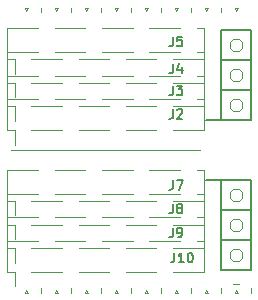
<source format=gbr>
G04 #@! TF.GenerationSoftware,KiCad,Pcbnew,5.0.2-bee76a0~70~ubuntu18.04.1*
G04 #@! TF.CreationDate,2019-03-08T21:19:01-05:00*
G04 #@! TF.ProjectId,2mm100mil-headers,326d6d31-3030-46d6-996c-2d6865616465,rev?*
G04 #@! TF.SameCoordinates,Original*
G04 #@! TF.FileFunction,Legend,Top*
G04 #@! TF.FilePolarity,Positive*
%FSLAX46Y46*%
G04 Gerber Fmt 4.6, Leading zero omitted, Abs format (unit mm)*
G04 Created by KiCad (PCBNEW 5.0.2-bee76a0~70~ubuntu18.04.1) date Fri 08 Mar 2019 21:19:01 EST*
%MOMM*%
%LPD*%
G01*
G04 APERTURE LIST*
%ADD10C,0.050000*%
%ADD11C,0.200000*%
%ADD12C,0.100000*%
%ADD13C,0.120000*%
%ADD14C,0.150000*%
G04 APERTURE END LIST*
D10*
X115443000Y-89535000D02*
X115570000Y-89789000D01*
X118237000Y-89535000D02*
X117983000Y-89535000D01*
X118110000Y-89789000D02*
X118237000Y-89535000D01*
X117983000Y-89535000D02*
X118110000Y-89789000D01*
X120777000Y-89535000D02*
X120523000Y-89535000D01*
X120650000Y-89789000D02*
X120777000Y-89535000D01*
X120523000Y-89535000D02*
X120650000Y-89789000D01*
X104140000Y-89535000D02*
X104140000Y-89916000D01*
X106680000Y-89535000D02*
X106680000Y-89916000D01*
X109220000Y-89535000D02*
X109220000Y-89916000D01*
X111760000Y-89535000D02*
X111760000Y-89916000D01*
X114300000Y-89535000D02*
X114300000Y-89916000D01*
X102997000Y-89535000D02*
X102743000Y-89535000D01*
X102870000Y-89789000D02*
X102997000Y-89535000D01*
X102743000Y-89535000D02*
X102870000Y-89789000D01*
X105537000Y-89535000D02*
X105283000Y-89535000D01*
X105410000Y-89789000D02*
X105537000Y-89535000D01*
X105283000Y-89535000D02*
X105410000Y-89789000D01*
X108077000Y-89535000D02*
X107823000Y-89535000D01*
X107950000Y-89789000D02*
X108077000Y-89535000D01*
X116840000Y-89535000D02*
X116840000Y-89916000D01*
X119380000Y-89535000D02*
X119380000Y-89916000D01*
X107823000Y-89535000D02*
X107950000Y-89789000D01*
X110617000Y-89535000D02*
X110363000Y-89535000D01*
X110490000Y-89789000D02*
X110617000Y-89535000D01*
X110363000Y-89535000D02*
X110490000Y-89789000D01*
X113157000Y-89535000D02*
X112903000Y-89535000D01*
X113030000Y-89789000D02*
X113157000Y-89535000D01*
X112903000Y-89535000D02*
X113030000Y-89789000D01*
X115697000Y-89535000D02*
X115443000Y-89535000D01*
X115570000Y-89789000D02*
X115697000Y-89535000D01*
X115570000Y-113411000D02*
X115443000Y-113665000D01*
X118237000Y-113665000D02*
X118110000Y-113411000D01*
X112903000Y-113665000D02*
X113157000Y-113665000D01*
X118110000Y-113411000D02*
X117983000Y-113665000D01*
X110490000Y-113411000D02*
X110363000Y-113665000D01*
X121920000Y-113665000D02*
X121920000Y-113284000D01*
X115443000Y-113665000D02*
X115697000Y-113665000D01*
X120650000Y-113411000D02*
X120523000Y-113665000D01*
X110617000Y-113665000D02*
X110490000Y-113411000D01*
X105410000Y-113411000D02*
X105283000Y-113665000D01*
X116840000Y-113665000D02*
X116840000Y-113284000D01*
X111760000Y-113665000D02*
X111760000Y-113284000D01*
X108077000Y-113665000D02*
X107950000Y-113411000D01*
X106680000Y-113665000D02*
X106680000Y-113284000D01*
X104140000Y-113665000D02*
X104140000Y-113284000D01*
X114300000Y-113665000D02*
X114300000Y-113284000D01*
X120777000Y-113665000D02*
X120650000Y-113411000D01*
X119380000Y-113665000D02*
X119380000Y-113284000D01*
X105537000Y-113665000D02*
X105410000Y-113411000D01*
X109220000Y-113665000D02*
X109220000Y-113284000D01*
X120904000Y-112903000D02*
X120396000Y-112903000D01*
X120523000Y-113665000D02*
X120777000Y-113665000D01*
X117983000Y-113665000D02*
X118237000Y-113665000D01*
X102997000Y-113665000D02*
X102870000Y-113411000D01*
X113030000Y-113411000D02*
X112903000Y-113665000D01*
X102743000Y-113665000D02*
X102997000Y-113665000D01*
X105283000Y-113665000D02*
X105537000Y-113665000D01*
X107823000Y-113665000D02*
X108077000Y-113665000D01*
X107950000Y-113411000D02*
X107823000Y-113665000D01*
X102870000Y-113411000D02*
X102743000Y-113665000D01*
X110363000Y-113665000D02*
X110617000Y-113665000D01*
X115697000Y-113665000D02*
X115570000Y-113411000D01*
X113157000Y-113665000D02*
X113030000Y-113411000D01*
D11*
X119380000Y-111760000D02*
X119380000Y-109220000D01*
D10*
X121158000Y-110236000D02*
X121158000Y-110744000D01*
X121158000Y-107696000D02*
X121158000Y-108204000D01*
D11*
X121920000Y-111760000D02*
X121920000Y-109220000D01*
X119380000Y-111760000D02*
X121920000Y-111760000D01*
D10*
X121158000Y-110744000D02*
X120904000Y-110998000D01*
X120904000Y-104902000D02*
X121158000Y-105156000D01*
X121158000Y-108204000D02*
X120904000Y-108458000D01*
D11*
X119380000Y-106680000D02*
X119380000Y-104140000D01*
D10*
X120142000Y-107696000D02*
X120396000Y-107442000D01*
D11*
X119380000Y-106680000D02*
X121920000Y-106680000D01*
D10*
X120142000Y-110236000D02*
X120396000Y-109982000D01*
X120904000Y-110998000D02*
X120396000Y-110998000D01*
X120396000Y-105918000D02*
X120142000Y-105664000D01*
X120142000Y-110744000D02*
X120142000Y-110236000D01*
X120142000Y-108204000D02*
X120142000Y-107696000D01*
X121158000Y-105156000D02*
X121158000Y-105664000D01*
X120396000Y-104902000D02*
X120904000Y-104902000D01*
X120142000Y-105156000D02*
X120396000Y-104902000D01*
D11*
X119380000Y-109220000D02*
X119380000Y-106680000D01*
D10*
X120904000Y-107442000D02*
X121158000Y-107696000D01*
X120396000Y-109982000D02*
X120904000Y-109982000D01*
X120396000Y-108458000D02*
X120142000Y-108204000D01*
D11*
X121920000Y-106680000D02*
X121920000Y-104140000D01*
X119380000Y-109220000D02*
X121920000Y-109220000D01*
D10*
X120142000Y-105664000D02*
X120142000Y-105156000D01*
X120396000Y-110998000D02*
X120142000Y-110744000D01*
X121158000Y-105664000D02*
X120904000Y-105918000D01*
D11*
X121920000Y-109220000D02*
X121920000Y-106680000D01*
D10*
X120904000Y-105918000D02*
X120396000Y-105918000D01*
D11*
X119380000Y-104140000D02*
X121920000Y-104140000D01*
X118110000Y-104140000D02*
X120650000Y-104140000D01*
D10*
X120904000Y-109982000D02*
X121158000Y-110236000D01*
X120904000Y-108458000D02*
X120396000Y-108458000D01*
X120396000Y-107442000D02*
X120904000Y-107442000D01*
D11*
X120650000Y-99060000D02*
X118110000Y-99060000D01*
X121920000Y-99060000D02*
X119380000Y-99060000D01*
X121920000Y-96520000D02*
X121920000Y-99060000D01*
D10*
X120142000Y-98044000D02*
X120142000Y-97536000D01*
D11*
X119380000Y-96520000D02*
X119380000Y-99060000D01*
X121920000Y-96520000D02*
X119380000Y-96520000D01*
D10*
X120142000Y-97536000D02*
X120396000Y-97282000D01*
X121158000Y-98044000D02*
X120904000Y-98298000D01*
X120396000Y-97282000D02*
X120904000Y-97282000D01*
X121158000Y-97536000D02*
X121158000Y-98044000D01*
X120904000Y-98298000D02*
X120396000Y-98298000D01*
X120904000Y-97282000D02*
X121158000Y-97536000D01*
X120396000Y-98298000D02*
X120142000Y-98044000D01*
D11*
X121920000Y-93980000D02*
X121920000Y-96520000D01*
D10*
X120142000Y-95504000D02*
X120142000Y-94996000D01*
D11*
X119380000Y-93980000D02*
X119380000Y-96520000D01*
X121920000Y-93980000D02*
X119380000Y-93980000D01*
D10*
X120142000Y-94996000D02*
X120396000Y-94742000D01*
X121158000Y-95504000D02*
X120904000Y-95758000D01*
X120396000Y-94742000D02*
X120904000Y-94742000D01*
X121158000Y-94996000D02*
X121158000Y-95504000D01*
X120904000Y-95758000D02*
X120396000Y-95758000D01*
X120904000Y-94742000D02*
X121158000Y-94996000D01*
X120396000Y-95758000D02*
X120142000Y-95504000D01*
D11*
X121920000Y-91440000D02*
X121920000Y-93980000D01*
X119380000Y-91440000D02*
X119380000Y-93980000D01*
D10*
X120142000Y-92964000D02*
X120142000Y-92456000D01*
X120396000Y-93218000D02*
X120142000Y-92964000D01*
X120904000Y-93218000D02*
X120396000Y-93218000D01*
X121158000Y-92964000D02*
X120904000Y-93218000D01*
X121158000Y-92456000D02*
X121158000Y-92964000D01*
X120904000Y-92202000D02*
X121158000Y-92456000D01*
X120396000Y-92202000D02*
X120904000Y-92202000D01*
X120142000Y-92456000D02*
X120396000Y-92202000D01*
D11*
X121920000Y-91440000D02*
X119380000Y-91440000D01*
D12*
X101602000Y-101600000D02*
X117602000Y-101600000D01*
D13*
G04 #@! TO.C,J2*
X101890000Y-101140000D02*
X101890000Y-99910000D01*
X115310000Y-99910000D02*
X117960000Y-99910000D01*
X111310000Y-99910000D02*
X113890000Y-99910000D01*
X107310000Y-99910000D02*
X109890000Y-99910000D01*
X103310000Y-99910000D02*
X105890000Y-99910000D01*
X101240000Y-99910000D02*
X101890000Y-99910000D01*
X117960000Y-99910000D02*
X117960000Y-97290000D01*
X117310000Y-97290000D02*
X117960000Y-97290000D01*
X113310000Y-97290000D02*
X115890000Y-97290000D01*
X109310000Y-97290000D02*
X111890000Y-97290000D01*
X105310000Y-97290000D02*
X107890000Y-97290000D01*
X101240000Y-97290000D02*
X103890000Y-97290000D01*
X101240000Y-99910000D02*
X101240000Y-97290000D01*
G04 #@! TO.C,J3*
X101890000Y-99140000D02*
X101890000Y-97910000D01*
X115310000Y-97910000D02*
X117960000Y-97910000D01*
X111310000Y-97910000D02*
X113890000Y-97910000D01*
X107310000Y-97910000D02*
X109890000Y-97910000D01*
X103310000Y-97910000D02*
X105890000Y-97910000D01*
X101240000Y-97910000D02*
X101890000Y-97910000D01*
X117960000Y-97910000D02*
X117960000Y-95290000D01*
X117310000Y-95290000D02*
X117960000Y-95290000D01*
X113310000Y-95290000D02*
X115890000Y-95290000D01*
X109310000Y-95290000D02*
X111890000Y-95290000D01*
X105310000Y-95290000D02*
X107890000Y-95290000D01*
X101240000Y-95290000D02*
X103890000Y-95290000D01*
X101240000Y-97910000D02*
X101240000Y-95290000D01*
G04 #@! TO.C,J10*
X101890000Y-113140000D02*
X101890000Y-111910000D01*
X115310000Y-111910000D02*
X117960000Y-111910000D01*
X111310000Y-111910000D02*
X113890000Y-111910000D01*
X107310000Y-111910000D02*
X109890000Y-111910000D01*
X103310000Y-111910000D02*
X105890000Y-111910000D01*
X101240000Y-111910000D02*
X101890000Y-111910000D01*
X117960000Y-111910000D02*
X117960000Y-109290000D01*
X117310000Y-109290000D02*
X117960000Y-109290000D01*
X113310000Y-109290000D02*
X115890000Y-109290000D01*
X109310000Y-109290000D02*
X111890000Y-109290000D01*
X105310000Y-109290000D02*
X107890000Y-109290000D01*
X101240000Y-109290000D02*
X103890000Y-109290000D01*
X101240000Y-111910000D02*
X101240000Y-109290000D01*
G04 #@! TO.C,J7*
X101890000Y-107140000D02*
X101890000Y-105910000D01*
X115310000Y-105910000D02*
X117960000Y-105910000D01*
X111310000Y-105910000D02*
X113890000Y-105910000D01*
X107310000Y-105910000D02*
X109890000Y-105910000D01*
X103310000Y-105910000D02*
X105890000Y-105910000D01*
X101240000Y-105910000D02*
X101890000Y-105910000D01*
X117960000Y-105910000D02*
X117960000Y-103290000D01*
X117310000Y-103290000D02*
X117960000Y-103290000D01*
X113310000Y-103290000D02*
X115890000Y-103290000D01*
X109310000Y-103290000D02*
X111890000Y-103290000D01*
X105310000Y-103290000D02*
X107890000Y-103290000D01*
X101240000Y-103290000D02*
X103890000Y-103290000D01*
X101240000Y-105910000D02*
X101240000Y-103290000D01*
G04 #@! TO.C,J9*
X101890000Y-111140000D02*
X101890000Y-109910000D01*
X115310000Y-109910000D02*
X117960000Y-109910000D01*
X111310000Y-109910000D02*
X113890000Y-109910000D01*
X107310000Y-109910000D02*
X109890000Y-109910000D01*
X103310000Y-109910000D02*
X105890000Y-109910000D01*
X101240000Y-109910000D02*
X101890000Y-109910000D01*
X117960000Y-109910000D02*
X117960000Y-107290000D01*
X117310000Y-107290000D02*
X117960000Y-107290000D01*
X113310000Y-107290000D02*
X115890000Y-107290000D01*
X109310000Y-107290000D02*
X111890000Y-107290000D01*
X105310000Y-107290000D02*
X107890000Y-107290000D01*
X101240000Y-107290000D02*
X103890000Y-107290000D01*
X101240000Y-109910000D02*
X101240000Y-107290000D01*
G04 #@! TO.C,J8*
X101890000Y-109140000D02*
X101890000Y-107910000D01*
X115310000Y-107910000D02*
X117960000Y-107910000D01*
X111310000Y-107910000D02*
X113890000Y-107910000D01*
X107310000Y-107910000D02*
X109890000Y-107910000D01*
X103310000Y-107910000D02*
X105890000Y-107910000D01*
X101240000Y-107910000D02*
X101890000Y-107910000D01*
X117960000Y-107910000D02*
X117960000Y-105290000D01*
X117310000Y-105290000D02*
X117960000Y-105290000D01*
X113310000Y-105290000D02*
X115890000Y-105290000D01*
X109310000Y-105290000D02*
X111890000Y-105290000D01*
X105310000Y-105290000D02*
X107890000Y-105290000D01*
X101240000Y-105290000D02*
X103890000Y-105290000D01*
X101240000Y-107910000D02*
X101240000Y-105290000D01*
G04 #@! TO.C,J4*
X101890000Y-97140000D02*
X101890000Y-95910000D01*
X115310000Y-95910000D02*
X117960000Y-95910000D01*
X111310000Y-95910000D02*
X113890000Y-95910000D01*
X107310000Y-95910000D02*
X109890000Y-95910000D01*
X103310000Y-95910000D02*
X105890000Y-95910000D01*
X101240000Y-95910000D02*
X101890000Y-95910000D01*
X117960000Y-95910000D02*
X117960000Y-93290000D01*
X117310000Y-93290000D02*
X117960000Y-93290000D01*
X113310000Y-93290000D02*
X115890000Y-93290000D01*
X109310000Y-93290000D02*
X111890000Y-93290000D01*
X105310000Y-93290000D02*
X107890000Y-93290000D01*
X101240000Y-93290000D02*
X103890000Y-93290000D01*
X101240000Y-95910000D02*
X101240000Y-93290000D01*
G04 #@! TO.C,J5*
X101890000Y-95140000D02*
X101890000Y-93910000D01*
X115310000Y-93910000D02*
X117960000Y-93910000D01*
X111310000Y-93910000D02*
X113890000Y-93910000D01*
X107310000Y-93910000D02*
X109890000Y-93910000D01*
X103310000Y-93910000D02*
X105890000Y-93910000D01*
X101240000Y-93910000D02*
X101890000Y-93910000D01*
X117960000Y-93910000D02*
X117960000Y-91290000D01*
X117310000Y-91290000D02*
X117960000Y-91290000D01*
X113310000Y-91290000D02*
X115890000Y-91290000D01*
X109310000Y-91290000D02*
X111890000Y-91290000D01*
X105310000Y-91290000D02*
X107890000Y-91290000D01*
X101240000Y-91290000D02*
X103890000Y-91290000D01*
X101240000Y-93910000D02*
X101240000Y-91290000D01*
G04 #@! TO.C,J2*
D14*
X115303333Y-98161904D02*
X115303333Y-98733333D01*
X115265238Y-98847619D01*
X115189047Y-98923809D01*
X115074761Y-98961904D01*
X114998571Y-98961904D01*
X115646190Y-98238095D02*
X115684285Y-98200000D01*
X115760476Y-98161904D01*
X115950952Y-98161904D01*
X116027142Y-98200000D01*
X116065238Y-98238095D01*
X116103333Y-98314285D01*
X116103333Y-98390476D01*
X116065238Y-98504761D01*
X115608095Y-98961904D01*
X116103333Y-98961904D01*
G04 #@! TO.C,J3*
X115303333Y-96161904D02*
X115303333Y-96733333D01*
X115265238Y-96847619D01*
X115189047Y-96923809D01*
X115074761Y-96961904D01*
X114998571Y-96961904D01*
X115608095Y-96161904D02*
X116103333Y-96161904D01*
X115836666Y-96466666D01*
X115950952Y-96466666D01*
X116027142Y-96504761D01*
X116065238Y-96542857D01*
X116103333Y-96619047D01*
X116103333Y-96809523D01*
X116065238Y-96885714D01*
X116027142Y-96923809D01*
X115950952Y-96961904D01*
X115722380Y-96961904D01*
X115646190Y-96923809D01*
X115608095Y-96885714D01*
G04 #@! TO.C,J10*
X115430380Y-110305904D02*
X115430380Y-110877333D01*
X115392285Y-110991619D01*
X115316095Y-111067809D01*
X115201809Y-111105904D01*
X115125619Y-111105904D01*
X116230380Y-111105904D02*
X115773238Y-111105904D01*
X116001809Y-111105904D02*
X116001809Y-110305904D01*
X115925619Y-110420190D01*
X115849428Y-110496380D01*
X115773238Y-110534476D01*
X116725619Y-110305904D02*
X116801809Y-110305904D01*
X116878000Y-110344000D01*
X116916095Y-110382095D01*
X116954190Y-110458285D01*
X116992285Y-110610666D01*
X116992285Y-110801142D01*
X116954190Y-110953523D01*
X116916095Y-111029714D01*
X116878000Y-111067809D01*
X116801809Y-111105904D01*
X116725619Y-111105904D01*
X116649428Y-111067809D01*
X116611333Y-111029714D01*
X116573238Y-110953523D01*
X116535142Y-110801142D01*
X116535142Y-110610666D01*
X116573238Y-110458285D01*
X116611333Y-110382095D01*
X116649428Y-110344000D01*
X116725619Y-110305904D01*
G04 #@! TO.C,J7*
X115303333Y-104161904D02*
X115303333Y-104733333D01*
X115265238Y-104847619D01*
X115189047Y-104923809D01*
X115074761Y-104961904D01*
X114998571Y-104961904D01*
X115608095Y-104161904D02*
X116141428Y-104161904D01*
X115798571Y-104961904D01*
G04 #@! TO.C,J9*
X115303333Y-108161904D02*
X115303333Y-108733333D01*
X115265238Y-108847619D01*
X115189047Y-108923809D01*
X115074761Y-108961904D01*
X114998571Y-108961904D01*
X115722380Y-108961904D02*
X115874761Y-108961904D01*
X115950952Y-108923809D01*
X115989047Y-108885714D01*
X116065238Y-108771428D01*
X116103333Y-108619047D01*
X116103333Y-108314285D01*
X116065238Y-108238095D01*
X116027142Y-108200000D01*
X115950952Y-108161904D01*
X115798571Y-108161904D01*
X115722380Y-108200000D01*
X115684285Y-108238095D01*
X115646190Y-108314285D01*
X115646190Y-108504761D01*
X115684285Y-108580952D01*
X115722380Y-108619047D01*
X115798571Y-108657142D01*
X115950952Y-108657142D01*
X116027142Y-108619047D01*
X116065238Y-108580952D01*
X116103333Y-108504761D01*
G04 #@! TO.C,J8*
X115303333Y-106161904D02*
X115303333Y-106733333D01*
X115265238Y-106847619D01*
X115189047Y-106923809D01*
X115074761Y-106961904D01*
X114998571Y-106961904D01*
X115798571Y-106504761D02*
X115722380Y-106466666D01*
X115684285Y-106428571D01*
X115646190Y-106352380D01*
X115646190Y-106314285D01*
X115684285Y-106238095D01*
X115722380Y-106200000D01*
X115798571Y-106161904D01*
X115950952Y-106161904D01*
X116027142Y-106200000D01*
X116065238Y-106238095D01*
X116103333Y-106314285D01*
X116103333Y-106352380D01*
X116065238Y-106428571D01*
X116027142Y-106466666D01*
X115950952Y-106504761D01*
X115798571Y-106504761D01*
X115722380Y-106542857D01*
X115684285Y-106580952D01*
X115646190Y-106657142D01*
X115646190Y-106809523D01*
X115684285Y-106885714D01*
X115722380Y-106923809D01*
X115798571Y-106961904D01*
X115950952Y-106961904D01*
X116027142Y-106923809D01*
X116065238Y-106885714D01*
X116103333Y-106809523D01*
X116103333Y-106657142D01*
X116065238Y-106580952D01*
X116027142Y-106542857D01*
X115950952Y-106504761D01*
G04 #@! TO.C,J4*
X115303333Y-94303904D02*
X115303333Y-94875333D01*
X115265238Y-94989619D01*
X115189047Y-95065809D01*
X115074761Y-95103904D01*
X114998571Y-95103904D01*
X116027142Y-94570571D02*
X116027142Y-95103904D01*
X115836666Y-94265809D02*
X115646190Y-94837238D01*
X116141428Y-94837238D01*
G04 #@! TO.C,J5*
X115303333Y-92017904D02*
X115303333Y-92589333D01*
X115265238Y-92703619D01*
X115189047Y-92779809D01*
X115074761Y-92817904D01*
X114998571Y-92817904D01*
X116065238Y-92017904D02*
X115684285Y-92017904D01*
X115646190Y-92398857D01*
X115684285Y-92360761D01*
X115760476Y-92322666D01*
X115950952Y-92322666D01*
X116027142Y-92360761D01*
X116065238Y-92398857D01*
X116103333Y-92475047D01*
X116103333Y-92665523D01*
X116065238Y-92741714D01*
X116027142Y-92779809D01*
X115950952Y-92817904D01*
X115760476Y-92817904D01*
X115684285Y-92779809D01*
X115646190Y-92741714D01*
G04 #@! TD*
M02*

</source>
